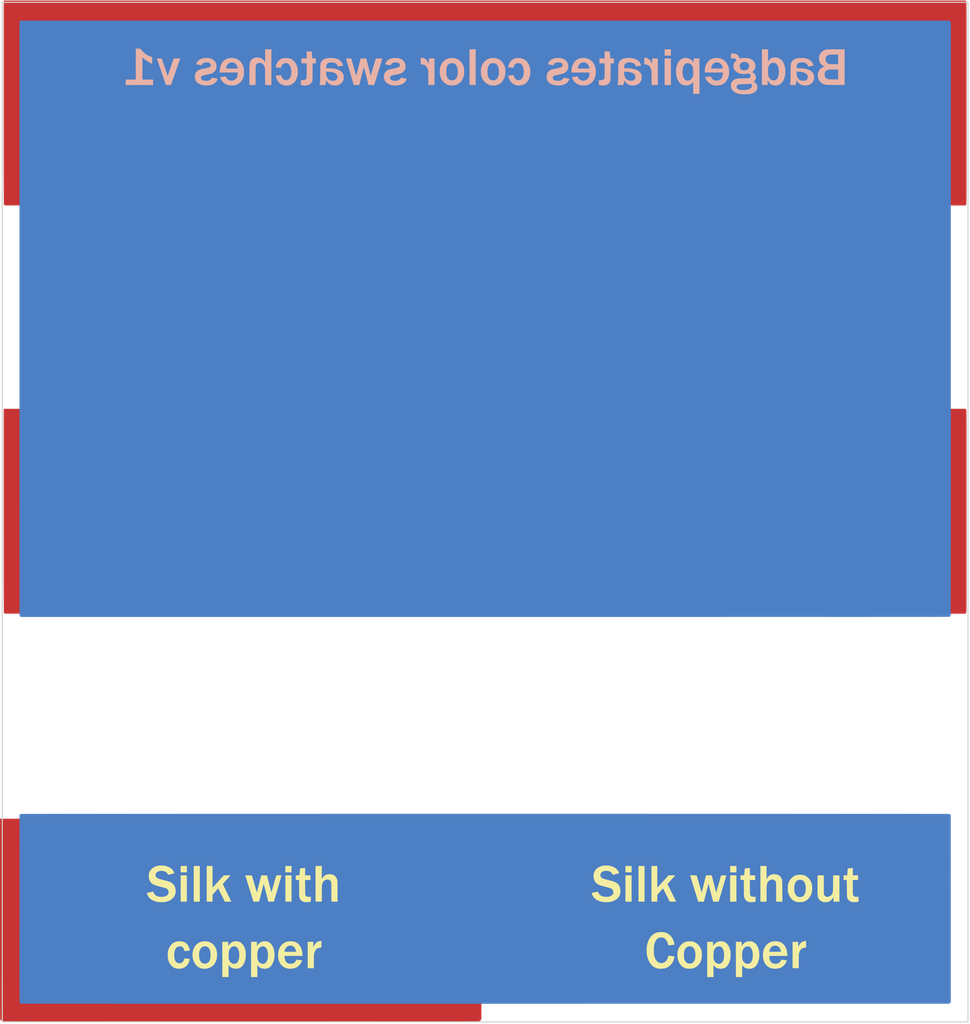
<source format=kicad_pcb>
(kicad_pcb (version 20171130) (host pcbnew "(5.1.2)-1")
  (layers (0 F.Cu signal) (31 B.Cu signal) (34 B.Paste user) (35 F.Paste user) (36 B.SilkS user) (37 F.SilkS user) (38 B.Mask user) (39 F.Mask user) (44 Edge.Cuts user))
  (net 0 "")
  (module LOGO (layer F.Cu) (at 0 0)
    (fp_text reference G*** hide)
    (fp_text value LOGO hide)
    (fp_poly (pts (xy 2.793293 28.498802) (xy 4.015938 28.498805) (xy 5.21393 28.49881) (xy 6.387518 28.498816) (xy 7.536952 28.498824) (xy 8.662481 28.498834) (xy 9.764354 28.498846) (xy 10.84282 28.498859) (xy 11.898127 28.498876) (xy 12.930526 28.498894) (xy 13.940266 28.498915) (xy 14.927595 28.498938) (xy 15.892762 28.498964) (xy 16.836017 28.498993) (xy 17.757609 28.499025) (xy 18.657787 28.499059) (xy 19.5368 28.499097) (xy 20.394897 28.499139) (xy 21.232327 28.499183) (xy 22.04934 28.499231) (xy 22.846184 28.499283) (xy 23.623109 28.499338) (xy 24.380364 28.499398) (xy 25.118198 28.499461) (xy 25.83686 28.499528) (xy 26.536599 28.4996) (xy 27.217664 28.499676) (xy 27.880305 28.499756) (xy 28.52477 28.499841) (xy 29.151309 28.499931) (xy 29.760171 28.500026) (xy 30.351604 28.500125) (xy 30.925859 28.50023) (xy 31.483184 28.500339) (xy 32.023828 28.500454) (xy 32.54804 28.500575) (xy 33.05607 28.500701) (xy 33.548166 28.500832) (xy 34.024579 28.50097) (xy 34.485556 28.501113) (xy 34.931347 28.501262) (xy 35.362201 28.501418) (xy 35.778368 28.501579) (xy 36.180095 28.501747) (xy 36.567634 28.501922) (xy 36.941232 28.502103) (xy 37.301138 28.502291) (xy 37.647603 28.502485) (xy 37.980874 28.502687) (xy 38.301202 28.502896) (xy 38.608834 28.503112) (xy 38.904021 28.503335) (xy 39.187012 28.503566) (xy 39.458055 28.503804) (xy 39.7174 28.50405) (xy 39.965295 28.504304) (xy 40.201991 28.504565) (xy 40.427736 28.504835) (xy 40.642778 28.505113) (xy 40.847368 28.505399) (xy 41.041755 28.505693) (xy 41.226187 28.505996) (xy 41.400914 28.506308) (xy 41.566184 28.506628) (xy 41.722248 28.506958) (xy 41.869353 28.507296) (xy 42.00775 28.507643) (xy 42.137687 28.508) (xy 42.259413 28.508366) (xy 42.373178 28.508741) (xy 42.47923 28.509126) (xy 42.57782 28.509521) (xy 42.669195 28.509925) (xy 42.753605 28.51034) (xy 42.831299 28.510764) (xy 42.902527 28.511199) (xy 42.967537 28.511644) (xy 43.026578 28.512099) (xy 43.0799 28.512565) (xy 43.127752 28.513042) (xy 43.170382 28.513529) (xy 43.208041 28.514028) (xy 43.240977 28.514537) (xy 43.269439 28.515058) (xy 43.293676 28.515589) (xy 43.313938 28.516132) (xy 43.330473 28.516687) (xy 43.343531 28.517253) (xy 43.353361 28.517831) (xy 43.360212 28.518421) (xy 43.364333 28.519022) (xy 43.365655 28.519415) (xy 43.403586 28.544743) (xy 43.436106 28.577932) (xy 43.437425 28.57974) (xy 43.46575 28.61945) (xy 43.468952 37.294805) (xy 43.472155 45.970161) (xy 43.443509 46.012669) (xy 43.412133 46.048554) (xy 43.37403 46.079084) (xy 43.370456 46.081263) (xy 43.32605 46.10735) (xy 0.29845 46.109229) (xy -0.748574 46.109272) (xy -1.789684 46.109309) (xy -2.824589 46.109339) (xy -3.852996 46.109364) (xy -4.874613 46.109382) (xy -5.889147 46.109394) (xy -6.896306 46.109401) (xy -7.895796 46.109402) (xy -8.887327 46.109397) (xy -9.870604 46.109386) (xy -10.845336 46.109369) (xy -11.81123 46.109347) (xy -12.767994 46.10932) (xy -13.715335 46.109287) (xy -14.65296 46.109248) (xy -15.580578 46.109204) (xy -16.497895 46.109155) (xy -17.40462 46.1091) (xy -18.300458 46.109041) (xy -19.18512 46.108976) (xy -20.05831 46.108906) (xy -20.919738 46.10883) (xy -21.76911 46.10875) (xy -22.606135 46.108665) (xy -23.430519 46.108575) (xy -24.24197 46.108481) (xy -25.040196 46.108381) (xy -25.824903 46.108277) (xy -26.595801 46.108168) (xy -27.352595 46.108055) (xy -28.094995 46.107937) (xy -28.822706 46.107814) (xy -29.535437 46.107687) (xy -30.232894 46.107556) (xy -30.914787 46.10742) (xy -31.580822 46.10728) (xy -32.230706 46.107136) (xy -32.864147 46.106988) (xy -33.480853 46.106835) (xy -34.080531 46.106679) (xy -34.662888 46.106518) (xy -35.227633 46.106354) (xy -35.774472 46.106186) (xy -36.303113 46.106014) (xy -36.813264 46.105838) (xy -37.304632 46.105658) (xy -37.776924 46.105475) (xy -38.229849 46.105288) (xy -38.663113 46.105098) (xy -39.076424 46.104904) (xy -39.46949 46.104707) (xy -39.842018 46.104507) (xy -40.193715 46.104303) (xy -40.524289 46.104095) (xy -40.833448 46.103885) (xy -41.120899 46.103672) (xy -41.38635 46.103455) (xy -41.629508 46.103235) (xy -41.85008 46.103013) (xy -42.047774 46.102787) (xy -42.222298 46.102559) (xy -42.373359 46.102328) (xy -42.500664 46.102094) (xy -42.603922 46.101857) (xy -42.682839 46.101618) (xy -42.737123 46.101376) (xy -42.766482 46.101131) (xy -42.772041 46.100978) (xy -42.836762 46.073441) (xy -42.8867 46.026183) (xy -42.903771 45.998497) (xy -42.905214 45.994867) (xy -42.906592 45.989386) (xy -42.907908 45.981492) (xy -42.909161 45.970623) (xy -42.910353 45.956218) (xy -42.911486 45.937714) (xy -42.912561 45.91455) (xy -42.913579 45.886163) (xy -42.914541 45.851993) (xy -42.915448 45.811477) (xy -42.916302 45.764052) (xy -42.917104 45.709159) (xy -42.917855 45.646233) (xy -42.918556 45.574715) (xy -42.919209 45.494041) (xy -42.919814 45.40365) (xy -42.920374 45.302981) (xy -42.920888 45.191471) (xy -42.92136 45.068558) (xy -42.921788 44.933681) (xy -42.922176 44.786277) (xy -42.922524 44.625785) (xy -42.922834 44.451644) (xy -42.923106 44.26329) (xy -42.923341 44.060163) (xy -42.923542 43.8417) (xy -42.923709 43.60734) (xy -42.923844 43.356521) (xy -42.923948 43.088681) (xy -42.924021 42.803258) (xy -42.924066 42.49969) (xy -42.924083 42.177415) (xy -42.924073 41.835872) (xy -42.924039 41.474498) (xy -42.923981 41.092733) (xy -42.9239 40.690013) (xy -42.923798 40.265777) (xy -42.923675 39.819464) (xy -42.923534 39.350511) (xy -42.923374 38.858357) (xy -42.923199 38.342439) (xy -42.923008 37.802196) (xy -42.922821 37.2872) (xy -42.91965 28.61945) (xy -42.891326 28.57974) (xy -42.859627 28.546542) (xy -42.82154 28.520383) (xy -42.819556 28.519415) (xy -42.817057 28.518806) (xy -42.811988 28.518208) (xy -42.8041 28.517623) (xy -42.793144 28.517049) (xy -42.77887 28.516487) (xy -42.76103 28.515937) (xy -42.739375 28.515398) (xy -42.713655 28.51487) (xy -42.683621 28.514354) (xy -42.649024 28.513848) (xy -42.609615 28.513354) (xy -42.565145 28.51287) (xy -42.515365 28.512397) (xy -42.460025 28.511935) (xy -42.398877 28.511484) (xy -42.331671 28.511042) (xy -42.258159 28.510611) (xy -42.17809 28.51019) (xy -42.091217 28.509779) (xy -41.997289 28.509378) (xy -41.896058 28.508987) (xy -41.787275 28.508606) (xy -41.670691 28.508234) (xy -41.546055 28.507871) (xy -41.41312 28.507518) (xy -41.271637 28.507174) (xy -41.121355 28.506839) (xy -40.962026 28.506513) (xy -40.793401 28.506195) (xy -40.61523 28.505887) (xy -40.427265 28.505587) (xy -40.229257 28.505295) (xy -40.020956 28.505012) (xy -39.802113 28.504737) (xy -39.572479 28.504471) (xy -39.331804 28.504212) (xy -39.079841 28.503961) (xy -38.81634 28.503718) (xy -38.541051 28.503482) (xy -38.253725 28.503254) (xy -37.954114 28.503034) (xy -37.641968 28.50282) (xy -37.317038 28.502614) (xy -36.979075 28.502415) (xy -36.62783 28.502223) (xy -36.263053 28.502037) (xy -35.884497 28.501859) (xy -35.49191 28.501686) (xy -35.085045 28.501521) (xy -34.663652 28.501361) (xy -34.227483 28.501208) (xy -33.776287 28.501061) (xy -33.309816 28.50092) (xy -32.827821 28.500785) (xy -32.330052 28.500655) (xy -31.816261 28.500531) (xy -31.286199 28.500413) (xy -30.739616 28.5003) (xy -30.176262 28.500192) (xy -29.59589 28.500089) (xy -28.99825 28.499991) (xy -28.383092 28.499899) (xy -27.750168 28.499811) (xy -27.099229 28.499727) (xy -26.430025 28.499648) (xy -25.742307 28.499574) (xy -25.035826 28.499504) (xy -24.310334 28.499438) (xy -23.56558 28.499376) (xy -22.801316 28.499318) (xy -22.017293 28.499264) (xy -21.213262 28.499214) (xy -20.388972 28.499167) (xy -19.544177 28.499123) (xy -18.678625 28.499083) (xy -17.792068 28.499047) (xy -16.884258 28.499013) (xy -15.954944 28.498982) (xy -15.003878 28.498954) (xy -14.03081 28.498929) (xy -13.035492 28.498907) (xy -12.017674 28.498887) (xy -10.977107 28.49887) (xy -9.913543 28.498854) (xy -8.826731 28.498841) (xy -7.716423 28.49883) (xy -6.58237 28.498821) (xy -5.424323 28.498814) (xy -4.242032 28.498808) (xy -3.035249 28.498804) (xy -1.803723 28.498801) (xy -0.547207 28.4988) (xy 1.545747 28.4988) (xy 2.793293 28.498802)) (layer B.Cu) (width 0.01))
    (fp_poly (pts (xy 43.379093 -45.064783) (xy 43.411113 -45.035481) (xy 43.441154 -44.999632) (xy 43.443525 -44.99623) (xy 43.472099 -44.954244) (xy 43.472052 -17.432047) (xy 43.47205 -16.420678) (xy 43.472048 -15.434394) (xy 43.472045 -14.472878) (xy 43.472042 -13.535816) (xy 43.472037 -12.622892) (xy 43.472031 -11.733791) (xy 43.472022 -10.868197) (xy 43.472012 -10.025794) (xy 43.472 -9.206267) (xy 43.471985 -8.409301) (xy 43.471967 -7.63458) (xy 43.471946 -6.881789) (xy 43.471921 -6.150612) (xy 43.471892 -5.440733) (xy 43.47186 -4.751838) (xy 43.471823 -4.08361) (xy 43.471781 -3.435735) (xy 43.471735 -2.807896) (xy 43.471683 -2.199779) (xy 43.471626 -1.611067) (xy 43.471563 -1.041445) (xy 43.471493 -0.490598) (xy 43.471418 0.041789) (xy 43.471335 0.556033) (xy 43.471246 1.052449) (xy 43.47115 1.531351) (xy 43.471046 1.993057) (xy 43.470934 2.43788) (xy 43.470814 2.866138) (xy 43.470685 3.278144) (xy 43.470548 3.674215) (xy 43.470402 4.054666) (xy 43.470246 4.419813) (xy 43.470081 4.769971) (xy 43.469906 5.105456) (xy 43.469721 5.426582) (xy 43.469526 5.733667) (xy 43.46932 6.027024) (xy 43.469102 6.30697) (xy 43.468874 6.57382) (xy 43.468634 6.827889) (xy 43.468382 7.069493) (xy 43.468117 7.298948) (xy 43.467841 7.516569) (xy 43.467551 7.722672) (xy 43.467249 7.917571) (xy 43.466933 8.101583) (xy 43.466603 8.275023) (xy 43.46626 8.438206) (xy 43.465902 8.591448) (xy 43.46553 8.735065) (xy 43.465143 8.869371) (xy 43.464741 8.994683) (xy 43.464324 9.111316) (xy 43.463891 9.219585) (xy 43.463442 9.319806) (xy 43.462977 9.412294) (xy 43.462495 9.497365) (xy 43.461997 9.575334) (xy 43.461481 9.646518) (xy 43.460948 9.71123) (xy 43.460398 9.769788) (xy 43.459829 9.822505) (xy 43.459242 9.869698) (xy 43.458637 9.911683) (xy 43.458012 9.948774) (xy 43.457369 9.981288) (xy 43.456706 10.009539) (xy 43.456024 10.033844) (xy 43.455321 10.054517) (xy 43.454598 10.071874) (xy 43.453855 10.086231) (xy 43.453091 10.097903) (xy 43.452305 10.107206) (xy 43.451499 10.114455) (xy 43.45067 10.119965) (xy 43.44982 10.124053) (xy 43.448947 10.127033) (xy 43.448051 10.129222) (xy 43.447133 10.130933) (xy 43.446768 10.131541) (xy 43.417524 10.167446) (xy 43.381542 10.197299) (xy 43.380141 10.198168) (xy 43.378845 10.198911) (xy 43.377254 10.19964) (xy 43.375115 10.200354) (xy 43.372175 10.201053) (xy 43.368183 10.201738) (xy 43.362887 10.202409) (xy 43.356034 10.203066) (xy 43.347373 10.203709) (xy 43.336651 10.204339) (xy 43.323616 10.204955) (xy 43.308017 10.205557) (xy 43.289601 10.206146) (xy 43.268116 10.206723) (xy 43.243311 10.207286) (xy 43.214932 10.207836) (xy 43.182728 10.208374) (xy 43.146447 10.208899) (xy 43.105837 10.209412) (xy 43.060646 10.209912) (xy 43.010621 10.210401) (xy 42.955511 10.210877) (xy 42.895064 10.211342) (xy 42.829027 10.211795) (xy 42.757148 10.212237) (xy 42.679176 10.212667) (xy 42.594858 10.213087) (xy 42.503943 10.213495) (xy 42.406177 10.213892) (xy 42.30131 10.214278) (xy 42.189088 10.214654) (xy 42.06926 10.21502) (xy 41.941575 10.215375) (xy 41.805779 10.21572) (xy 41.661621 10.216055) (xy 41.508848 10.21638) (xy 41.347209 10.216695) (xy 41.176452 10.217001) (xy 40.996324 10.217298) (xy 40.806574 10.217585) (xy 40.606949 10.217863) (xy 40.397197 10.218132) (xy 40.177066 10.218392) (xy 39.946305 10.218644) (xy 39.70466 10.218887) (xy 39.451881 10.219121) (xy 39.187714 10.219348) (xy 38.911909 10.219566) (xy 38.624212 10.219777) (xy 38.324372 10.219979) (xy 38.012136 10.220174) (xy 37.687253 10.220362) (xy 37.349471 10.220542) (xy 36.998537 10.220715) (xy 36.634199 10.220881) (xy 36.256206 10.22104) (xy 35.864305 10.221192) (xy 35.458245 10.221338) (xy 35.037772 10.221477) (xy 34.602635 10.22161) (xy 34.152583 10.221737) (xy 33.687362 10.221857) (xy 33.206721 10.221972) (xy 32.710408 10.222081) (xy 32.198171 10.222185) (xy 31.669757 10.222283) (xy 31.124915 10.222376) (xy 30.563392 10.222464) (xy 29.984937 10.222547) (xy 29.389298 10.222624) (xy 28.776221 10.222698) (xy 28.145456 10.222766) (xy 27.49675 10.222831) (xy 26.829851 10.222891) (xy 26.144507 10.222947) (xy 25.440466 10.222999) (xy 24.717476 10.223047) (xy 23.975285 10.223092) (xy 23.21364 10.223133) (xy 22.432291 10.223171) (xy 21.630984 10.223205) (xy 20.809467 10.223237) (xy 19.967489 10.223265) (xy 19.104797 10.223291) (xy 18.22114 10.223314) (xy 17.316265 10.223335) (xy 16.389921 10.223354) (xy 15.441854 10.22337) (xy 14.471814 10.223384) (xy 13.479547 10.223396) (xy 12.464803 10.223407) (xy 11.427328 10.223416) (xy 10.366872 10.223424) (xy 9.283181 10.22343) (xy 8.176003 10.223435) (xy 7.045088 10.22344) (xy 5.890182 10.223443) (xy 4.711033 10.223446) (xy 3.50739 10.223448) (xy 2.279 10.22345) (xy 1.025611 10.223451) (xy 0.271753 10.223452) (xy -42.795244 10.2235) (xy -42.838397 10.194671) (xy -42.873211 10.163741) (xy -42.901331 10.12619) (xy -42.903756 10.121646) (xy -42.904573 10.119279) (xy -42.90537 10.115263) (xy -42.906147 10.109283) (xy -42.906904 10.101024) (xy -42.907642 10.090173) (xy -42.90836 10.076416) (xy -42.90906 10.059437) (xy -42.909741 10.038924) (xy -42.910403 10.014561) (xy -42.911047 9.986034) (xy -42.911673 9.953029) (xy -42.912282 9.915232) (xy -42.912873 9.872329) (xy -42.913447 9.824005) (xy -42.914003 9.769946) (xy -42.914543 9.709838) (xy -42.915067 9.643367) (xy -42.915575 9.570217) (xy -42.916066 9.490076) (xy -42.916542 9.402628) (xy -42.917003 9.30756) (xy -42.917448 9.204557) (xy -42.917878 9.093305) (xy -42.918294 8.97349) (xy -42.918695 8.844797) (xy -42.919082 8.706913) (xy -42.919455 8.559522) (xy -42.919815 8.402311) (xy -42.920161 8.234965) (xy -42.920494 8.057171) (xy -42.920814 7.868614) (xy -42.921122 7.668979) (xy -42.921417 7.457952) (xy -42.9217 7.23522) (xy -42.921971 7.000468) (xy -42.92223 6.753381) (xy -42.922478 6.493645) (xy -42.922715 6.220947) (xy -42.922941 5.934971) (xy -42.923156 5.635404) (xy -42.923362 5.321932) (xy -42.923556 4.994239) (xy -42.923742 4.652013) (xy -42.923917 4.294937) (xy -42.924083 3.922699) (xy -42.92424 3.534985) (xy -42.924389 3.131479) (xy -42.924528 2.711867) (xy -42.924659 2.275836) (xy -42.924783 1.82307) (xy -42.924898 1.353257) (xy -42.925006 0.866081) (xy -42.925106 0.361228) (xy -42.9252 -0.161616) (xy -42.925286 -0.702765) (xy -42.925366 -1.262534) (xy -42.92544 -1.841237) (xy -42.925508 -2.439187) (xy -42.92557 -3.0567) (xy -42.925626 -3.69409) (xy -42.925677 -4.35167) (xy -42.925723 -5.029755) (xy -42.925764 -5.72866) (xy -42.925801 -6.448698) (xy -42.925834 -7.190185) (xy -42.925862 -7.953433) (xy -42.925887 -8.738758) (xy -42.925908 -9.546473) (xy -42.925925 -10.376894) (xy -42.92594 -11.230333) (xy -42.925952 -12.107106) (xy -42.925962 -13.007527) (xy -42.925969 -13.931909) (xy -42.925975 -14.880568) (xy -42.925978 -15.853817) (xy -42.92598 -16.851971) (xy -42.925981 -17.438397) (xy -42.926001 -44.954244) (xy -42.897425 -44.99623) (xy -42.868402 -45.031876) (xy -42.835918 -45.062552) (xy -42.832994 -45.064783) (xy -42.797138 -45.09135) (xy 43.343237 -45.09135) (xy 43.379093 -45.064783)) (layer B.Cu) (width 0.01))
  )
  (module LOGO (layer F.Cu) (at 0 0)
    (fp_text reference G*** hide)
    (fp_text value LOGO hide)
  )
  (module LOGO (layer F.Cu) (at 0 0)
    (fp_text reference G*** hide)
    (fp_text value LOGO hide)
  )
  (module LOGO (layer F.Cu) (at 0 0)
    (fp_text reference G*** hide)
    (fp_text value LOGO hide)
    (fp_poly (pts (xy -21.544226 28.956005) (xy -20.565582 28.956022) (xy -19.61205 28.956051) (xy -18.683484 28.956092) (xy -17.779739 28.956144) (xy -16.900672 28.956208) (xy -16.046137 28.956284) (xy -15.21599 28.956372) (xy -14.410086 28.956472) (xy -13.628282 28.956584) (xy -12.870431 28.956709) (xy -12.136391 28.956846) (xy -11.426015 28.956995) (xy -10.73916 28.957157) (xy -10.07568 28.957332) (xy -9.435432 28.957519) (xy -8.818271 28.957719) (xy -8.224052 28.957932) (xy -7.652631 28.958158) (xy -7.103863 28.958397) (xy -6.577603 28.95865) (xy -6.073707 28.958915) (xy -5.59203 28.959194) (xy -5.132428 28.959486) (xy -4.694757 28.959792) (xy -4.278871 28.960111) (xy -3.884626 28.960444) (xy -3.511877 28.960791) (xy -3.16048 28.961152) (xy -2.830291 28.961526) (xy -2.521164 28.961915) (xy -2.232955 28.962317) (xy -1.96552 28.962734) (xy -1.718714 28.963165) (xy -1.492392 28.963611) (xy -1.28641 28.964071) (xy -1.100624 28.964546) (xy -0.934888 28.965035) (xy -0.789058 28.965539) (xy -0.662989 28.966058) (xy -0.556538 28.966591) (xy -0.469559 28.96714) (xy -0.401908 28.967704) (xy -0.35344 28.968283) (xy -0.32401 28.968877) (xy -0.313599 28.969444) (xy -0.24047 28.99984) (xy -0.174221 29.049586) (xy -0.122291 29.112639) (xy -0.109634 29.135195) (xy -0.0762 29.202287) (xy -0.0762 47.520499) (xy -0.111668 47.588392) (xy -0.156421 47.653102) (xy -0.214762 47.706944) (xy -0.279547 47.743799) (xy -0.301946 47.75142) (xy -0.316295 47.751897) (xy -0.355543 47.752364) (xy -0.419193 47.752822) (xy -0.506746 47.753271) (xy -0.617704 47.75371) (xy -0.751569 47.75414) (xy -0.907844 47.754561) (xy -1.086029 47.754972) (xy -1.285628 47.755374) (xy -1.506142 47.755766) (xy -1.747072 47.75615) (xy -2.007922 47.756524) (xy -2.288192 47.756888) (xy -2.587385 47.757243) (xy -2.905002 47.757589) (xy -3.240546 47.757925) (xy -3.593519 47.758253) (xy -3.963422 47.75857) (xy -4.349758 47.758879) (xy -4.752028 47.759178) (xy -5.169734 47.759467) (xy -5.602378 47.759747) (xy -6.049463 47.760018) (xy -6.51049 47.76028) (xy -6.98496 47.760532) (xy -7.472377 47.760775) (xy -7.972242 47.761008) (xy -8.484056 47.761232) (xy -9.007322 47.761446) (xy -9.541542 47.761652) (xy -10.086218 47.761847) (xy -10.640852 47.762034) (xy -11.204944 47.762211) (xy -11.777999 47.762378) (xy -12.359517 47.762537) (xy -12.949 47.762685) (xy -13.54595 47.762825) (xy -14.14987 47.762955) (xy -14.760261 47.763075) (xy -15.376625 47.763186) (xy -15.998464 47.763288) (xy -16.62528 47.76338) (xy -17.256575 47.763463) (xy -17.891851 47.763537) (xy -18.53061 47.763601) (xy -19.172353 47.763656) (xy -19.816583 47.763701) (xy -20.462802 47.763737) (xy -21.110511 47.763763) (xy -21.759213 47.76378) (xy -22.408409 47.763787) (xy -23.057602 47.763785) (xy -23.706293 47.763774) (xy -24.353984 47.763753) (xy -25.000178 47.763723) (xy -25.644375 47.763683) (xy -26.286079 47.763634) (xy -26.924791 47.763575) (xy -27.560012 47.763507) (xy -28.191246 47.76343) (xy -28.817993 47.763343) (xy -29.439757 47.763246) (xy -30.056037 47.76314) (xy -30.666338 47.763025) (xy -31.27016 47.7629) (xy -31.867006 47.762766) (xy -32.456377 47.762622) (xy -33.037775 47.762469) (xy -33.610703 47.762306) (xy -34.174662 47.762134) (xy -34.729154 47.761952) (xy -35.273682 47.761761) (xy -35.807746 47.76156) (xy -36.33085 47.76135) (xy -36.842494 47.76113) (xy -37.342182 47.760901) (xy -37.829414 47.760663) (xy -38.303693 47.760415) (xy -38.764521 47.760157) (xy -39.2114 47.75989) (xy -39.643831 47.759613) (xy -40.061316 47.759327) (xy -40.463358 47.759032) (xy -40.849459 47.758726) (xy -41.21912 47.758412) (xy -41.571843 47.758088) (xy -41.90713 47.757754) (xy -42.224484 47.757411) (xy -42.523406 47.757058) (xy -42.803397 47.756696) (xy -43.063961 47.756324) (xy -43.304599 47.755943) (xy -43.524812 47.755552) (xy -43.724103 47.755152) (xy -43.901975 47.754742) (xy -44.057927 47.754323) (xy -44.191464 47.753894) (xy -44.302085 47.753456) (xy -44.389295 47.753008) (xy -44.452594 47.75255) (xy -44.491484 47.752083) (xy -44.505453 47.751611) (xy -44.57596 47.718126) (xy -44.638693 47.664774) (xy -44.688207 47.596981) (xy -44.711081 47.546729) (xy -44.712245 47.541055) (xy -44.71336 47.530425) (xy -44.714427 47.514316) (xy -44.715446 47.492205) (xy -44.716419 47.46357) (xy -44.717347 47.427887) (xy -44.718232 47.384634) (xy -44.719073 47.333288) (xy -44.719872 47.273327) (xy -44.72063 47.204227) (xy -44.721348 47.125465) (xy -44.722027 47.03652) (xy -44.722668 46.936868) (xy -44.723272 46.825986) (xy -44.723841 46.703352) (xy -44.724374 46.568442) (xy -44.724874 46.420735) (xy -44.725341 46.259707) (xy -44.725776 46.084835) (xy -44.726181 45.895597) (xy -44.726556 45.69147) (xy -44.726902 45.471931) (xy -44.72722 45.236458) (xy -44.727512 44.984527) (xy -44.727778 44.715615) (xy -44.72802 44.429201) (xy -44.728238 44.124761) (xy -44.728434 43.801772) (xy -44.728608 43.459712) (xy -44.728762 43.098058) (xy -44.728896 42.716287) (xy -44.729012 42.313876) (xy -44.729111 41.890302) (xy -44.729193 41.445044) (xy -44.72926 40.977577) (xy -44.729312 40.487379) (xy -44.729352 39.973928) (xy -44.729379 39.436701) (xy -44.729395 38.875174) (xy -44.7294 38.288825) (xy -44.7294 28.956) (xy -22.548124 28.956) (xy -21.544226 28.956005)) (layer F.Cu) (width 0.01))
    (fp_poly (pts (xy 44.862576 -9.052968) (xy 44.892646 -9.020939) (xy 44.915088 -8.983526) (xy 44.916201 -8.97797) (xy 44.917267 -8.966401) (xy 44.918288 -8.948312) (xy 44.919263 -8.923195) (xy 44.920195 -8.89054) (xy 44.921084 -8.84984) (xy 44.921932 -8.800587) (xy 44.922738 -8.742272) (xy 44.923504 -8.674388) (xy 44.924231 -8.596425) (xy 44.92492 -8.507876) (xy 44.925572 -8.408232) (xy 44.926188 -8.296985) (xy 44.926768 -8.173627) (xy 44.927314 -8.03765) (xy 44.927827 -7.888545) (xy 44.928307 -7.725804) (xy 44.928756 -7.548919) (xy 44.929174 -7.357382) (xy 44.929563 -7.150684) (xy 44.929923 -6.928317) (xy 44.930255 -6.689773) (xy 44.930561 -6.434544) (xy 44.93084 -6.162121) (xy 44.931095 -5.871997) (xy 44.931326 -5.563662) (xy 44.931534 -5.236609) (xy 44.93172 -4.89033) (xy 44.931885 -4.524316) (xy 44.932029 -4.138058) (xy 44.932155 -3.73105) (xy 44.932262 -3.302782) (xy 44.932352 -2.852746) (xy 44.932425 -2.380434) (xy 44.932483 -1.885338) (xy 44.932527 -1.366949) (xy 44.932557 -0.82476) (xy 44.932574 -0.258261) (xy 44.93258 0.333054) (xy 44.93258 0.421867) (xy 44.932577 1.007471) (xy 44.932569 1.568216) (xy 44.932555 2.104641) (xy 44.932534 2.617287) (xy 44.932505 3.106694) (xy 44.932466 3.573403) (xy 44.932416 4.017954) (xy 44.932354 4.440887) (xy 44.932278 4.842743) (xy 44.932187 5.224061) (xy 44.932081 5.585382) (xy 44.931956 5.927247) (xy 44.931814 6.250195) (xy 44.931651 6.554768) (xy 44.931467 6.841505) (xy 44.93126 7.110946) (xy 44.93103 7.363633) (xy 44.930775 7.600104) (xy 44.930493 7.820901) (xy 44.930184 8.026565) (xy 44.929846 8.217634) (xy 44.929478 8.39465) (xy 44.929078 8.558152) (xy 44.928646 8.708682) (xy 44.92818 8.846779) (xy 44.927678 8.972984) (xy 44.92714 9.087837) (xy 44.926564 9.191878) (xy 44.925949 9.285648) (xy 44.925294 9.369687) (xy 44.924597 9.444535) (xy 44.923857 9.510733) (xy 44.923073 9.568821) (xy 44.922244 9.619338) (xy 44.921367 9.662827) (xy 44.920443 9.699826) (xy 44.919469 9.730876) (xy 44.918445 9.756518) (xy 44.917369 9.777292) (xy 44.91624 9.793737) (xy 44.915056 9.806395) (xy 44.913817 9.815806) (xy 44.912521 9.82251) (xy 44.911167 9.827047) (xy 44.910355 9.828897) (xy 44.8852 9.866094) (xy 44.854309 9.897227) (xy 44.852293 9.898747) (xy 44.816437 9.92505) (xy 0.294343 9.927137) (xy -0.784286 9.927184) (xy -1.856453 9.927225) (xy -2.921878 9.92726) (xy -3.980278 9.927288) (xy -5.031375 9.92731) (xy -6.074886 9.927326) (xy -7.110532 9.927336) (xy -8.138031 9.927339) (xy -9.157102 9.927337) (xy -10.167466 9.927328) (xy -11.16884 9.927314) (xy -12.160945 9.927293) (xy -13.143499 9.927267) (xy -14.116223 9.927235) (xy -15.078834 9.927197) (xy -16.031052 9.927154) (xy -16.972597 9.927105) (xy -17.903187 9.927051) (xy -18.822543 9.926991) (xy -19.730383 9.926925) (xy -20.626426 9.926854) (xy -21.510391 9.926778) (xy -22.381999 9.926697) (xy -23.240968 9.92661) (xy -24.087017 9.926518) (xy -24.919865 9.926421) (xy -25.739233 9.926319) (xy -26.544838 9.926212) (xy -27.336401 9.9261) (xy -28.11364 9.925983) (xy -28.876276 9.925861) (xy -29.624026 9.925735) (xy -30.35661 9.925604) (xy -31.073748 9.925468) (xy -31.775158 9.925327) (xy -32.46056 9.925182) (xy -33.129674 9.925033) (xy -33.782218 9.924879) (xy -34.417911 9.92472) (xy -35.036474 9.924557) (xy -35.637624 9.92439) (xy -36.221082 9.924219) (xy -36.786566 9.924044) (xy -37.333796 9.923864) (xy -37.862491 9.92368) (xy -38.372371 9.923493) (xy -38.863154 9.923301) (xy -39.334559 9.923106) (xy -39.786307 9.922906) (xy -40.218115 9.922703) (xy -40.629705 9.922497) (xy -41.020793 9.922286) (xy -41.391101 9.922072) (xy -41.740347 9.921854) (xy -42.06825 9.921633) (xy -42.37453 9.921409) (xy -42.658906 9.921181) (xy -42.921096 9.920949) (xy -43.160821 9.920714) (xy -43.3778 9.920477) (xy -43.571751 9.920236) (xy -43.742394 9.919991) (xy -43.889449 9.919744) (xy -44.012634 9.919494) (xy -44.111669 9.919241) (xy -44.186272 9.918985) (xy -44.236164 9.918726) (xy -44.261063 9.918464) (xy -44.26404 9.918345) (xy -44.319549 9.889109) (xy -44.36 9.839705) (xy -44.369203 9.820682) (xy -44.3703 9.815039) (xy -44.371352 9.803065) (xy -44.372358 9.78426) (xy -44.373321 9.758121) (xy -44.374241 9.724145) (xy -44.375118 9.681829) (xy -44.375955 9.630672) (xy -44.376751 9.57017) (xy -44.377508 9.49982) (xy -44.378227 9.419121) (xy -44.378908 9.32757) (xy -44.379553 9.224664) (xy -44.380162 9.109901) (xy -44.380736 8.982778) (xy -44.381277 8.842793) (xy -44.381785 8.689442) (xy -44.38226 8.522224) (xy -44.382705 8.340636) (xy -44.38312 8.144176) (xy -44.383505 7.93234) (xy -44.383862 7.704627) (xy -44.384192 7.460533) (xy -44.384495 7.199556) (xy -44.384773 6.921194) (xy -44.385026 6.624945) (xy -44.385256 6.310304) (xy -44.385462 5.976771) (xy -44.385647 5.623842) (xy -44.385811 5.251015) (xy -44.385955 4.857787) (xy -44.38608 4.443656) (xy -44.386186 4.008119) (xy -44.386276 3.550674) (xy -44.386349 3.070818) (xy -44.386406 2.568049) (xy -44.386449 2.041863) (xy -44.386479 1.491759) (xy -44.386495 0.917234) (xy -44.3865 0.349657) (xy -44.3865 -9.0805) (xy 44.827574 -9.0805) (xy 44.862576 -9.052968)) (layer F.Cu) (width 0.01))
    (fp_poly (pts (xy 44.862576 -46.924368) (xy 44.892646 -46.892339) (xy 44.915088 -46.854926) (xy 44.916201 -46.84937) (xy 44.917267 -46.837801) (xy 44.918288 -46.819712) (xy 44.919263 -46.794595) (xy 44.920195 -46.76194) (xy 44.921084 -46.72124) (xy 44.921932 -46.671987) (xy 44.922738 -46.613672) (xy 44.923504 -46.545788) (xy 44.924231 -46.467825) (xy 44.92492 -46.379276) (xy 44.925572 -46.279632) (xy 44.926188 -46.168385) (xy 44.926768 -46.045027) (xy 44.927314 -45.90905) (xy 44.927827 -45.759945) (xy 44.928307 -45.597204) (xy 44.928756 -45.420319) (xy 44.929174 -45.228782) (xy 44.929563 -45.022084) (xy 44.929923 -44.799717) (xy 44.930255 -44.561173) (xy 44.930561 -44.305944) (xy 44.93084 -44.033521) (xy 44.931095 -43.743397) (xy 44.931326 -43.435062) (xy 44.931534 -43.108009) (xy 44.93172 -42.76173) (xy 44.931885 -42.395716) (xy 44.932029 -42.009458) (xy 44.932155 -41.60245) (xy 44.932262 -41.174182) (xy 44.932352 -40.724146) (xy 44.932425 -40.251834) (xy 44.932483 -39.756738) (xy 44.932527 -39.238349) (xy 44.932557 -38.69616) (xy 44.932574 -38.129661) (xy 44.93258 -37.538346) (xy 44.93258 -37.449533) (xy 44.932577 -36.863929) (xy 44.932569 -36.303184) (xy 44.932555 -35.766759) (xy 44.932534 -35.254113) (xy 44.932505 -34.764706) (xy 44.932466 -34.297997) (xy 44.932416 -33.853446) (xy 44.932354 -33.430513) (xy 44.932278 -33.028657) (xy 44.932187 -32.647339) (xy 44.932081 -32.286018) (xy 44.931956 -31.944153) (xy 44.931814 -31.621205) (xy 44.931651 -31.316632) (xy 44.931467 -31.029895) (xy 44.93126 -30.760454) (xy 44.93103 -30.507767) (xy 44.930775 -30.271296) (xy 44.930493 -30.050499) (xy 44.930184 -29.844835) (xy 44.929846 -29.653766) (xy 44.929478 -29.47675) (xy 44.929078 -29.313248) (xy 44.928646 -29.162718) (xy 44.92818 -29.024621) (xy 44.927678 -28.898416) (xy 44.92714 -28.783563) (xy 44.926564 -28.679522) (xy 44.925949 -28.585752) (xy 44.925294 -28.501713) (xy 44.924597 -28.426865) (xy 44.923857 -28.360667) (xy 44.923073 -28.302579) (xy 44.922244 -28.252062) (xy 44.921367 -28.208573) (xy 44.920443 -28.171574) (xy 44.919469 -28.140524) (xy 44.918445 -28.114882) (xy 44.917369 -28.094108) (xy 44.91624 -28.077663) (xy 44.915056 -28.065005) (xy 44.913817 -28.055594) (xy 44.912521 -28.04889) (xy 44.911167 -28.044353) (xy 44.910355 -28.042503) (xy 44.8852 -28.005306) (xy 44.854309 -27.974173) (xy 44.852293 -27.972653) (xy 44.816437 -27.94635) (xy 0.294343 -27.944263) (xy -0.784286 -27.944216) (xy -1.856453 -27.944175) (xy -2.921878 -27.94414) (xy -3.980278 -27.944112) (xy -5.031375 -27.94409) (xy -6.074886 -27.944074) (xy -7.110532 -27.944064) (xy -8.138031 -27.944061) (xy -9.157102 -27.944063) (xy -10.167466 -27.944072) (xy -11.16884 -27.944086) (xy -12.160945 -27.944107) (xy -13.143499 -27.944133) (xy -14.116223 -27.944165) (xy -15.078834 -27.944203) (xy -16.031052 -27.944246) (xy -16.972597 -27.944295) (xy -17.903187 -27.944349) (xy -18.822543 -27.944409) (xy -19.730383 -27.944475) (xy -20.626426 -27.944546) (xy -21.510391 -27.944622) (xy -22.381999 -27.944703) (xy -23.240968 -27.94479) (xy -24.087017 -27.944882) (xy -24.919865 -27.944979) (xy -25.739233 -27.945081) (xy -26.544838 -27.945188) (xy -27.336401 -27.9453) (xy -28.11364 -27.945417) (xy -28.876276 -27.945539) (xy -29.624026 -27.945665) (xy -30.35661 -27.945796) (xy -31.073748 -27.945932) (xy -31.775158 -27.946073) (xy -32.46056 -27.946218) (xy -33.129674 -27.946367) (xy -33.782218 -27.946521) (xy -34.417911 -27.94668) (xy -35.036474 -27.946843) (xy -35.637624 -27.94701) (xy -36.221082 -27.947181) (xy -36.786566 -27.947356) (xy -37.333796 -27.947536) (xy -37.862491 -27.94772) (xy -38.372371 -27.947907) (xy -38.863154 -27.948099) (xy -39.334559 -27.948294) (xy -39.786307 -27.948494) (xy -40.218115 -27.948697) (xy -40.629705 -27.948903) (xy -41.020793 -27.949114) (xy -41.391101 -27.949328) (xy -41.740347 -27.949546) (xy -42.06825 -27.949767) (xy -42.37453 -27.949991) (xy -42.658906 -27.950219) (xy -42.921096 -27.950451) (xy -43.160821 -27.950686) (xy -43.3778 -27.950923) (xy -43.571751 -27.951164) (xy -43.742394 -27.951409) (xy -43.889449 -27.951656) (xy -44.012634 -27.951906) (xy -44.111669 -27.952159) (xy -44.186272 -27.952415) (xy -44.236164 -27.952674) (xy -44.261063 -27.952936) (xy -44.26404 -27.953055) (xy -44.319549 -27.982291) (xy -44.36 -28.031695) (xy -44.369203 -28.050718) (xy -44.3703 -28.056361) (xy -44.371352 -28.068335) (xy -44.372358 -28.08714) (xy -44.373321 -28.113279) (xy -44.374241 -28.147255) (xy -44.375118 -28.189571) (xy -44.375955 -28.240728) (xy -44.376751 -28.30123) (xy -44.377508 -28.37158) (xy -44.378227 -28.452279) (xy -44.378908 -28.54383) (xy -44.379553 -28.646736) (xy -44.380162 -28.761499) (xy -44.380736 -28.888622) (xy -44.381277 -29.028607) (xy -44.381785 -29.181958) (xy -44.38226 -29.349176) (xy -44.382705 -29.530764) (xy -44.38312 -29.727224) (xy -44.383505 -29.93906) (xy -44.383862 -30.166773) (xy -44.384192 -30.410867) (xy -44.384495 -30.671844) (xy -44.384773 -30.950206) (xy -44.385026 -31.246455) (xy -44.385256 -31.561096) (xy -44.385462 -31.894629) (xy -44.385647 -32.247558) (xy -44.385811 -32.620385) (xy -44.385955 -33.013613) (xy -44.38608 -33.427744) (xy -44.386186 -33.863281) (xy -44.386276 -34.320726) (xy -44.386349 -34.800582) (xy -44.386406 -35.303351) (xy -44.386449 -35.829537) (xy -44.386479 -36.379641) (xy -44.386495 -36.954166) (xy -44.3865 -37.521743) (xy -44.3865 -46.9519) (xy 44.827574 -46.9519) (xy 44.862576 -46.924368)) (layer F.Cu) (width 0.01))
  )
  (module LOGO (layer F.Cu) (at 0 0)
    (fp_text reference G*** hide)
    (fp_text value LOGO hide)
  )
  (module LOGO (layer F.Cu) (at 0 0)
    (fp_text reference G*** hide)
    (fp_text value LOGO hide)
  )
  (gr_line (start -44.520974 -46.788208) (end 45.067686 -46.788208) (layer Edge.Cuts) (width 0.1))
  (gr_line (start 45.067686 -46.788208) (end 45.067687 -46.788207) (layer Edge.Cuts) (width 0.1))
  (gr_line (start 45.067687 -46.788207) (end 45.067687 47.800834) (layer Edge.Cuts) (width 0.1))
  (gr_line (start 45.067687 47.800834) (end 45.067686 47.800834) (layer Edge.Cuts) (width 0.1))
  (gr_line (start 45.067686 47.800834) (end -44.520974 47.800834) (layer Edge.Cuts) (width 0.1))
  (gr_line (start -44.520974 47.800834) (end -44.520975 47.800834) (layer Edge.Cuts) (width 0.1))
  (gr_line (start -44.520975 47.800834) (end -44.520975 -46.788207) (layer Edge.Cuts) (width 0.1))
  (gr_line (start -44.520975 -46.788207) (end -44.520974 -46.788208) (layer Edge.Cuts) (width 0.1))
  (gr_line (start -44.520974 -46.788208) (end -44.520974 -46.788208) (layer Edge.Cuts) (width 0.1))
  (gr_line (start -44.520974 -46.788208) (end -44.520974 -46.788208) (layer Edge.Cuts) (width 0.1))
)
</source>
